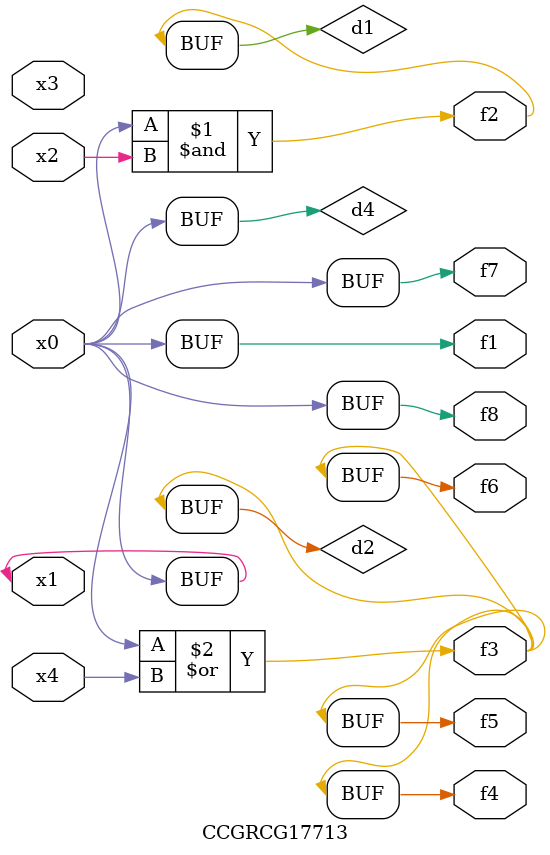
<source format=v>
module CCGRCG17713(
	input x0, x1, x2, x3, x4,
	output f1, f2, f3, f4, f5, f6, f7, f8
);

	wire d1, d2, d3, d4;

	and (d1, x0, x2);
	or (d2, x0, x4);
	nand (d3, x0, x2);
	buf (d4, x0, x1);
	assign f1 = d4;
	assign f2 = d1;
	assign f3 = d2;
	assign f4 = d2;
	assign f5 = d2;
	assign f6 = d2;
	assign f7 = d4;
	assign f8 = d4;
endmodule

</source>
